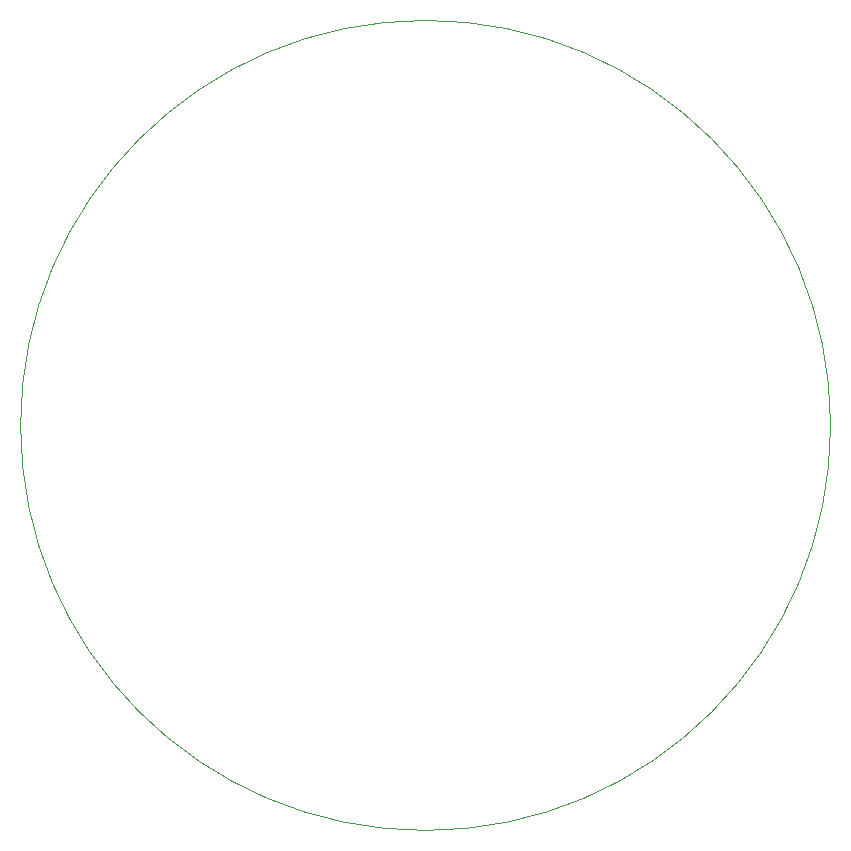
<source format=gbr>
G04 #@! TF.GenerationSoftware,KiCad,Pcbnew,(5.1.10)-1*
G04 #@! TF.CreationDate,2021-07-11T13:09:49-07:00*
G04 #@! TF.ProjectId,NightLight,4e696768-744c-4696-9768-742e6b696361,rev?*
G04 #@! TF.SameCoordinates,Original*
G04 #@! TF.FileFunction,Profile,NP*
%FSLAX46Y46*%
G04 Gerber Fmt 4.6, Leading zero omitted, Abs format (unit mm)*
G04 Created by KiCad (PCBNEW (5.1.10)-1) date 2021-07-11 13:09:49*
%MOMM*%
%LPD*%
G01*
G04 APERTURE LIST*
G04 #@! TA.AperFunction,Profile*
%ADD10C,0.050000*%
G04 #@! TD*
G04 APERTURE END LIST*
D10*
X34290000Y0D02*
G75*
G03*
X34290000Y0I-34290000J0D01*
G01*
M02*

</source>
